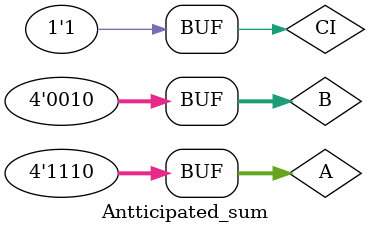
<source format=v>
`timescale 1ns / 1ps

module Antticipated_sum;
reg [3:0]A,B;
reg CI;
wire [3:0]F;
wire CO;
AnticipatedCarry_adder Test3(A,B,CI,CO,F);
initial
begin
//²»º¬µÍÎ»½øÎ»
A=4'b0000;B=4'b0000;CI=0;//0+0
#100;
A=4'b0001;B=4'b0100;CI=0;//1+8
#100;
A=4'b0110;B=4'b1000;CI=0;//6+8
#100;
A=4'b0010;B=4'b0101;CI=0;//2+5
#100;
A=4'b1110;B=4'b0010;CI=0;//14+2
#100;
//º¬µÍÎ»½øÎ»
A=4'b0000;B=4'b0000;CI=1;//0+0+1
#100;
A=4'b0001;B=4'b0100;CI=1;//1+8+1
#100;
A=4'b0110;B=4'b1000;CI=1;//6+8+1
#100;
A=4'b0010;B=4'b0101;CI=1;//2+5+1
#100;
A=4'b1110;B=4'b0010;CI=1;//14+2+1
end
endmodule
</source>
